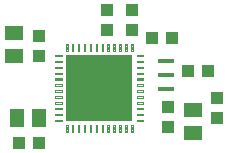
<source format=gbr>
G04 EAGLE Gerber RS-274X export*
G75*
%MOMM*%
%FSLAX34Y34*%
%LPD*%
%INSolderpaste Bottom*%
%IPPOS*%
%AMOC8*
5,1,8,0,0,1.08239X$1,22.5*%
G01*
%ADD10R,1.100000X1.000000*%
%ADD11R,1.500000X1.300000*%
%ADD12C,0.124994*%
%ADD13R,5.699988X5.699988*%
%ADD14R,1.399997X0.400000*%
%ADD15R,1.300000X1.500000*%
%ADD16R,1.000000X1.100000*%


D10*
X74754Y14696D03*
X91754Y14696D03*
D11*
X78368Y-37223D03*
X78368Y-18223D03*
D12*
X30990Y27383D02*
X30990Y28633D01*
X36740Y28633D01*
X36740Y27383D01*
X30990Y27383D01*
X30990Y28570D02*
X36740Y28570D01*
X30990Y23633D02*
X30990Y22383D01*
X30990Y23633D02*
X36740Y23633D01*
X36740Y22383D01*
X30990Y22383D01*
X30990Y23570D02*
X36740Y23570D01*
X30990Y18633D02*
X30990Y17383D01*
X30990Y18633D02*
X36740Y18633D01*
X36740Y17383D01*
X30990Y17383D01*
X30990Y18570D02*
X36740Y18570D01*
X30990Y13633D02*
X30990Y12383D01*
X30990Y13633D02*
X36740Y13633D01*
X36740Y12383D01*
X30990Y12383D01*
X30990Y13570D02*
X36740Y13570D01*
X30990Y8633D02*
X30990Y7383D01*
X30990Y8633D02*
X36740Y8633D01*
X36740Y7383D01*
X30990Y7383D01*
X30990Y8570D02*
X36740Y8570D01*
X30990Y3633D02*
X30990Y2383D01*
X30990Y3633D02*
X36740Y3633D01*
X36740Y2383D01*
X30990Y2383D01*
X30990Y3570D02*
X36740Y3570D01*
X30990Y-1367D02*
X30990Y-2617D01*
X30990Y-1367D02*
X36740Y-1367D01*
X36740Y-2617D01*
X30990Y-2617D01*
X30990Y-1430D02*
X36740Y-1430D01*
X30990Y-6367D02*
X30990Y-7617D01*
X30990Y-6367D02*
X36740Y-6367D01*
X36740Y-7617D01*
X30990Y-7617D01*
X30990Y-6430D02*
X36740Y-6430D01*
X30990Y-11367D02*
X30990Y-12617D01*
X30990Y-11367D02*
X36740Y-11367D01*
X36740Y-12617D01*
X30990Y-12617D01*
X30990Y-11430D02*
X36740Y-11430D01*
X30990Y-16367D02*
X30990Y-17617D01*
X30990Y-16367D02*
X36740Y-16367D01*
X36740Y-17617D01*
X30990Y-17617D01*
X30990Y-16430D02*
X36740Y-16430D01*
X30990Y-21367D02*
X30990Y-22617D01*
X30990Y-21367D02*
X36740Y-21367D01*
X36740Y-22617D01*
X30990Y-22617D01*
X30990Y-21430D02*
X36740Y-21430D01*
X30990Y-26367D02*
X30990Y-27617D01*
X30990Y-26367D02*
X36740Y-26367D01*
X36740Y-27617D01*
X30990Y-27617D01*
X30990Y-26430D02*
X36740Y-26430D01*
X27490Y-31117D02*
X26240Y-31117D01*
X27490Y-31117D02*
X27490Y-36867D01*
X26240Y-36867D01*
X26240Y-31117D01*
X26240Y-35680D02*
X27490Y-35680D01*
X27490Y-34493D02*
X26240Y-34493D01*
X26240Y-33306D02*
X27490Y-33306D01*
X27490Y-32119D02*
X26240Y-32119D01*
X22490Y-31117D02*
X21240Y-31117D01*
X22490Y-31117D02*
X22490Y-36867D01*
X21240Y-36867D01*
X21240Y-31117D01*
X21240Y-35680D02*
X22490Y-35680D01*
X22490Y-34493D02*
X21240Y-34493D01*
X21240Y-33306D02*
X22490Y-33306D01*
X22490Y-32119D02*
X21240Y-32119D01*
X17490Y-31117D02*
X16240Y-31117D01*
X17490Y-31117D02*
X17490Y-36867D01*
X16240Y-36867D01*
X16240Y-31117D01*
X16240Y-35680D02*
X17490Y-35680D01*
X17490Y-34493D02*
X16240Y-34493D01*
X16240Y-33306D02*
X17490Y-33306D01*
X17490Y-32119D02*
X16240Y-32119D01*
X12490Y-31117D02*
X11240Y-31117D01*
X12490Y-31117D02*
X12490Y-36867D01*
X11240Y-36867D01*
X11240Y-31117D01*
X11240Y-35680D02*
X12490Y-35680D01*
X12490Y-34493D02*
X11240Y-34493D01*
X11240Y-33306D02*
X12490Y-33306D01*
X12490Y-32119D02*
X11240Y-32119D01*
X7490Y-31117D02*
X6240Y-31117D01*
X7490Y-31117D02*
X7490Y-36867D01*
X6240Y-36867D01*
X6240Y-31117D01*
X6240Y-35680D02*
X7490Y-35680D01*
X7490Y-34493D02*
X6240Y-34493D01*
X6240Y-33306D02*
X7490Y-33306D01*
X7490Y-32119D02*
X6240Y-32119D01*
X2490Y-31117D02*
X1240Y-31117D01*
X2490Y-31117D02*
X2490Y-36867D01*
X1240Y-36867D01*
X1240Y-31117D01*
X1240Y-35680D02*
X2490Y-35680D01*
X2490Y-34493D02*
X1240Y-34493D01*
X1240Y-33306D02*
X2490Y-33306D01*
X2490Y-32119D02*
X1240Y-32119D01*
X-2510Y-31117D02*
X-3760Y-31117D01*
X-2510Y-31117D02*
X-2510Y-36867D01*
X-3760Y-36867D01*
X-3760Y-31117D01*
X-3760Y-35680D02*
X-2510Y-35680D01*
X-2510Y-34493D02*
X-3760Y-34493D01*
X-3760Y-33306D02*
X-2510Y-33306D01*
X-2510Y-32119D02*
X-3760Y-32119D01*
X-7510Y-31117D02*
X-8760Y-31117D01*
X-7510Y-31117D02*
X-7510Y-36867D01*
X-8760Y-36867D01*
X-8760Y-31117D01*
X-8760Y-35680D02*
X-7510Y-35680D01*
X-7510Y-34493D02*
X-8760Y-34493D01*
X-8760Y-33306D02*
X-7510Y-33306D01*
X-7510Y-32119D02*
X-8760Y-32119D01*
X-12510Y-31117D02*
X-13760Y-31117D01*
X-12510Y-31117D02*
X-12510Y-36867D01*
X-13760Y-36867D01*
X-13760Y-31117D01*
X-13760Y-35680D02*
X-12510Y-35680D01*
X-12510Y-34493D02*
X-13760Y-34493D01*
X-13760Y-33306D02*
X-12510Y-33306D01*
X-12510Y-32119D02*
X-13760Y-32119D01*
X-17510Y-31117D02*
X-18760Y-31117D01*
X-17510Y-31117D02*
X-17510Y-36867D01*
X-18760Y-36867D01*
X-18760Y-31117D01*
X-18760Y-35680D02*
X-17510Y-35680D01*
X-17510Y-34493D02*
X-18760Y-34493D01*
X-18760Y-33306D02*
X-17510Y-33306D01*
X-17510Y-32119D02*
X-18760Y-32119D01*
X-22510Y-31117D02*
X-23760Y-31117D01*
X-22510Y-31117D02*
X-22510Y-36867D01*
X-23760Y-36867D01*
X-23760Y-31117D01*
X-23760Y-35680D02*
X-22510Y-35680D01*
X-22510Y-34493D02*
X-23760Y-34493D01*
X-23760Y-33306D02*
X-22510Y-33306D01*
X-22510Y-32119D02*
X-23760Y-32119D01*
X-27510Y-31117D02*
X-28760Y-31117D01*
X-27510Y-31117D02*
X-27510Y-36867D01*
X-28760Y-36867D01*
X-28760Y-31117D01*
X-28760Y-35680D02*
X-27510Y-35680D01*
X-27510Y-34493D02*
X-28760Y-34493D01*
X-28760Y-33306D02*
X-27510Y-33306D01*
X-27510Y-32119D02*
X-28760Y-32119D01*
X-32260Y-27617D02*
X-32260Y-26367D01*
X-32260Y-27617D02*
X-38010Y-27617D01*
X-38010Y-26367D01*
X-32260Y-26367D01*
X-32260Y-26430D02*
X-38010Y-26430D01*
X-32260Y-22617D02*
X-32260Y-21367D01*
X-32260Y-22617D02*
X-38010Y-22617D01*
X-38010Y-21367D01*
X-32260Y-21367D01*
X-32260Y-21430D02*
X-38010Y-21430D01*
X-32260Y-17617D02*
X-32260Y-16367D01*
X-32260Y-17617D02*
X-38010Y-17617D01*
X-38010Y-16367D01*
X-32260Y-16367D01*
X-32260Y-16430D02*
X-38010Y-16430D01*
X-32260Y-12617D02*
X-32260Y-11367D01*
X-32260Y-12617D02*
X-38010Y-12617D01*
X-38010Y-11367D01*
X-32260Y-11367D01*
X-32260Y-11430D02*
X-38010Y-11430D01*
X-32260Y-7617D02*
X-32260Y-6367D01*
X-32260Y-7617D02*
X-38010Y-7617D01*
X-38010Y-6367D01*
X-32260Y-6367D01*
X-32260Y-6430D02*
X-38010Y-6430D01*
X-32260Y-2617D02*
X-32260Y-1367D01*
X-32260Y-2617D02*
X-38010Y-2617D01*
X-38010Y-1367D01*
X-32260Y-1367D01*
X-32260Y-1430D02*
X-38010Y-1430D01*
X-32260Y2383D02*
X-32260Y3633D01*
X-32260Y2383D02*
X-38010Y2383D01*
X-38010Y3633D01*
X-32260Y3633D01*
X-32260Y3570D02*
X-38010Y3570D01*
X-32260Y7383D02*
X-32260Y8633D01*
X-32260Y7383D02*
X-38010Y7383D01*
X-38010Y8633D01*
X-32260Y8633D01*
X-32260Y8570D02*
X-38010Y8570D01*
X-32260Y12383D02*
X-32260Y13633D01*
X-32260Y12383D02*
X-38010Y12383D01*
X-38010Y13633D01*
X-32260Y13633D01*
X-32260Y13570D02*
X-38010Y13570D01*
X-32260Y17383D02*
X-32260Y18633D01*
X-32260Y17383D02*
X-38010Y17383D01*
X-38010Y18633D01*
X-32260Y18633D01*
X-32260Y18570D02*
X-38010Y18570D01*
X-32260Y22383D02*
X-32260Y23633D01*
X-32260Y22383D02*
X-38010Y22383D01*
X-38010Y23633D01*
X-32260Y23633D01*
X-32260Y23570D02*
X-38010Y23570D01*
X-32260Y27383D02*
X-32260Y28633D01*
X-32260Y27383D02*
X-38010Y27383D01*
X-38010Y28633D01*
X-32260Y28633D01*
X-32260Y28570D02*
X-38010Y28570D01*
X-28760Y32133D02*
X-27510Y32133D01*
X-28760Y32133D02*
X-28760Y37883D01*
X-27510Y37883D01*
X-27510Y32133D01*
X-27510Y33320D02*
X-28760Y33320D01*
X-28760Y34507D02*
X-27510Y34507D01*
X-27510Y35694D02*
X-28760Y35694D01*
X-28760Y36881D02*
X-27510Y36881D01*
X-23760Y32133D02*
X-22510Y32133D01*
X-23760Y32133D02*
X-23760Y37883D01*
X-22510Y37883D01*
X-22510Y32133D01*
X-22510Y33320D02*
X-23760Y33320D01*
X-23760Y34507D02*
X-22510Y34507D01*
X-22510Y35694D02*
X-23760Y35694D01*
X-23760Y36881D02*
X-22510Y36881D01*
X-18760Y32133D02*
X-17510Y32133D01*
X-18760Y32133D02*
X-18760Y37883D01*
X-17510Y37883D01*
X-17510Y32133D01*
X-17510Y33320D02*
X-18760Y33320D01*
X-18760Y34507D02*
X-17510Y34507D01*
X-17510Y35694D02*
X-18760Y35694D01*
X-18760Y36881D02*
X-17510Y36881D01*
X-13760Y32133D02*
X-12510Y32133D01*
X-13760Y32133D02*
X-13760Y37883D01*
X-12510Y37883D01*
X-12510Y32133D01*
X-12510Y33320D02*
X-13760Y33320D01*
X-13760Y34507D02*
X-12510Y34507D01*
X-12510Y35694D02*
X-13760Y35694D01*
X-13760Y36881D02*
X-12510Y36881D01*
X-8760Y32133D02*
X-7510Y32133D01*
X-8760Y32133D02*
X-8760Y37883D01*
X-7510Y37883D01*
X-7510Y32133D01*
X-7510Y33320D02*
X-8760Y33320D01*
X-8760Y34507D02*
X-7510Y34507D01*
X-7510Y35694D02*
X-8760Y35694D01*
X-8760Y36881D02*
X-7510Y36881D01*
X-3760Y32133D02*
X-2510Y32133D01*
X-3760Y32133D02*
X-3760Y37883D01*
X-2510Y37883D01*
X-2510Y32133D01*
X-2510Y33320D02*
X-3760Y33320D01*
X-3760Y34507D02*
X-2510Y34507D01*
X-2510Y35694D02*
X-3760Y35694D01*
X-3760Y36881D02*
X-2510Y36881D01*
X1240Y32133D02*
X2490Y32133D01*
X1240Y32133D02*
X1240Y37883D01*
X2490Y37883D01*
X2490Y32133D01*
X2490Y33320D02*
X1240Y33320D01*
X1240Y34507D02*
X2490Y34507D01*
X2490Y35694D02*
X1240Y35694D01*
X1240Y36881D02*
X2490Y36881D01*
X6240Y32133D02*
X7490Y32133D01*
X6240Y32133D02*
X6240Y37883D01*
X7490Y37883D01*
X7490Y32133D01*
X7490Y33320D02*
X6240Y33320D01*
X6240Y34507D02*
X7490Y34507D01*
X7490Y35694D02*
X6240Y35694D01*
X6240Y36881D02*
X7490Y36881D01*
X11240Y32133D02*
X12490Y32133D01*
X11240Y32133D02*
X11240Y37883D01*
X12490Y37883D01*
X12490Y32133D01*
X12490Y33320D02*
X11240Y33320D01*
X11240Y34507D02*
X12490Y34507D01*
X12490Y35694D02*
X11240Y35694D01*
X11240Y36881D02*
X12490Y36881D01*
X16240Y32133D02*
X17490Y32133D01*
X16240Y32133D02*
X16240Y37883D01*
X17490Y37883D01*
X17490Y32133D01*
X17490Y33320D02*
X16240Y33320D01*
X16240Y34507D02*
X17490Y34507D01*
X17490Y35694D02*
X16240Y35694D01*
X16240Y36881D02*
X17490Y36881D01*
X21240Y32133D02*
X22490Y32133D01*
X21240Y32133D02*
X21240Y37883D01*
X22490Y37883D01*
X22490Y32133D01*
X22490Y33320D02*
X21240Y33320D01*
X21240Y34507D02*
X22490Y34507D01*
X22490Y35694D02*
X21240Y35694D01*
X21240Y36881D02*
X22490Y36881D01*
X26240Y32133D02*
X27490Y32133D01*
X26240Y32133D02*
X26240Y37883D01*
X27490Y37883D01*
X27490Y32133D01*
X27490Y33320D02*
X26240Y33320D01*
X26240Y34507D02*
X27490Y34507D01*
X27490Y35694D02*
X26240Y35694D01*
X26240Y36881D02*
X27490Y36881D01*
D13*
X-635Y508D03*
D14*
X55593Y23793D03*
X55593Y11793D03*
X55593Y-207D03*
D10*
X6152Y66278D03*
X6152Y49278D03*
D15*
X-51724Y-25085D03*
X-70724Y-25085D03*
D11*
X-72583Y27955D03*
X-72583Y46955D03*
D16*
X57381Y-32333D03*
X57381Y-15333D03*
X26792Y49303D03*
X26792Y66303D03*
X-51361Y27865D03*
X-51361Y44865D03*
D10*
X-51713Y-46386D03*
X-68713Y-46386D03*
X44218Y42558D03*
X61218Y42558D03*
X98770Y-7517D03*
X98770Y-24517D03*
M02*

</source>
